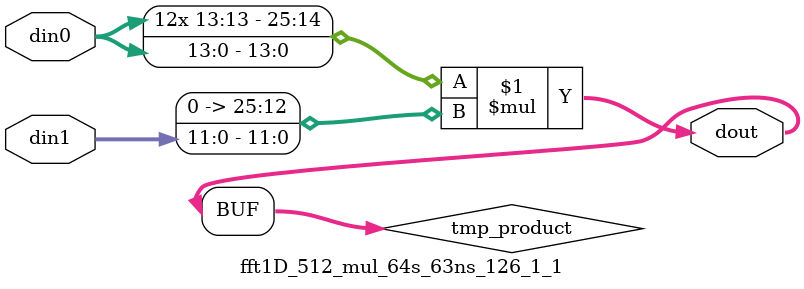
<source format=v>

`timescale 1 ns / 1 ps

  module fft1D_512_mul_64s_63ns_126_1_1(din0, din1, dout);
parameter ID = 1;
parameter NUM_STAGE = 0;
parameter din0_WIDTH = 14;
parameter din1_WIDTH = 12;
parameter dout_WIDTH = 26;

input [din0_WIDTH - 1 : 0] din0; 
input [din1_WIDTH - 1 : 0] din1; 
output [dout_WIDTH - 1 : 0] dout;

wire signed [dout_WIDTH - 1 : 0] tmp_product;












assign tmp_product = $signed(din0) * $signed({1'b0, din1});









assign dout = tmp_product;







endmodule

</source>
